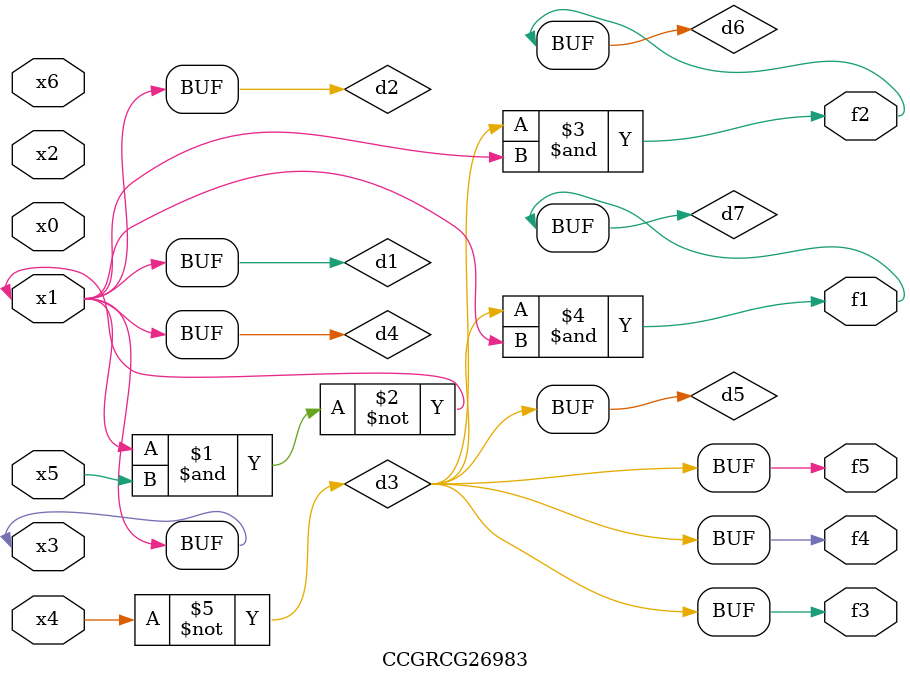
<source format=v>
module CCGRCG26983(
	input x0, x1, x2, x3, x4, x5, x6,
	output f1, f2, f3, f4, f5
);

	wire d1, d2, d3, d4, d5, d6, d7;

	buf (d1, x1, x3);
	nand (d2, x1, x5);
	not (d3, x4);
	buf (d4, d1, d2);
	buf (d5, d3);
	and (d6, d3, d4);
	and (d7, d3, d4);
	assign f1 = d7;
	assign f2 = d6;
	assign f3 = d5;
	assign f4 = d5;
	assign f5 = d5;
endmodule

</source>
